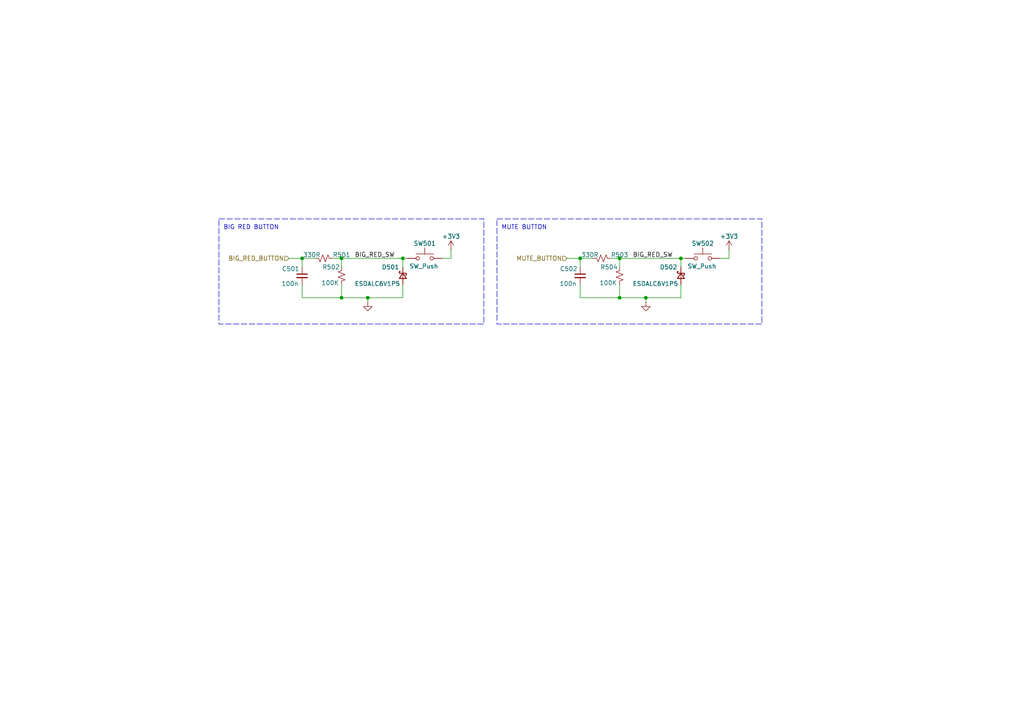
<source format=kicad_sch>
(kicad_sch (version 20231120) (generator "eeschema") (generator_version "8.0")
  (paper "A4")
  (lib_symbols
    (symbol "Device:C_Small" (pin_numbers hide) (pin_names (offset 0.254) hide)
      (property "Reference" "C" (at 0.254 1.778 0))
      (property "Value" "C_Small" (at 0.254 -2.032 0))
      (symbol "C_Small_0_1"
        (polyline (pts (xy -1.524 -0.508) (xy 1.524 -0.508)) (stroke (width 0.3302)))
        (polyline (pts (xy -1.524 0.508) (xy 1.524 0.508)) (stroke (width 0.3048)))
      )
      (symbol "C_Small_1_1"
        (pin passive line (at 0 2.54 270) (length 2.032) (name "~") (number "1"))
        (pin passive line (at 0 -2.54 90) (length 2.032) (name "~") (number "2"))
      )
    )
    (symbol "Device:D_Schottky_Small" (pin_numbers hide) (pin_names (offset 0.254) hide)
      (property "Reference" "D" (at -1.27 2.032 0))
      (property "Value" "D_Schottky_Small" (at -7.112 -2.032 0))
      (symbol "D_Schottky_Small_0_1"
        (polyline (pts (xy -0.762 0) (xy 0.762 0)))
        (polyline (pts (xy 0.762 -1.016) (xy -0.762 0) (xy 0.762 1.016) (xy 0.762 -1.016)) (stroke (width 0.254)))
        (polyline (pts (xy -1.27 0.762) (xy -1.27 1.016) (xy -0.762 1.016) (xy -0.762 -1.016) (xy -0.254 -1.016) (xy -0.254 -0.762)) (stroke (width 0.254)))
      )
      (symbol "D_Schottky_Small_1_1"
        (pin passive line (at -2.54 0 0) (length 1.778) (name "K") (number "1"))
        (pin passive line (at 2.54 0 180) (length 1.778) (name "A") (number "2"))
      )
    )
    (symbol "Device:R_Small_US" (pin_numbers hide) (pin_names (offset 0.254) hide)
      (property "Reference" "R" (at 0.762 0.508 0))
      (property "Value" "R_Small_US" (at 0.762 -1.016 0))
      (symbol "R_Small_US_1_1"
        (polyline (pts (xy 0 0) (xy 1.016 -0.381) (xy 0 -0.762) (xy -1.016 -1.143) (xy 0 -1.524)))
        (polyline (pts (xy 0 1.524) (xy 1.016 1.143) (xy 0 0.762) (xy -1.016 0.381) (xy 0 0)))
        (pin passive line (at 0 2.54 270) (length 1.016) (name "~") (number "1"))
        (pin passive line (at 0 -2.54 90) (length 1.016) (name "~") (number "2"))
      )
    )
    (symbol "Switch:SW_Push" (pin_numbers hide) (pin_names (offset 1.016) hide)
      (property "Reference" "SW" (at 1.27 2.54 0))
      (property "Value" "SW_Push" (at 0 -1.524 0))
      (symbol "SW_Push_0_1"
        (circle (center -2.032 0) (radius 0.508))
        (polyline (pts (xy 0 1.27) (xy 0 3.048)))
        (polyline (pts (xy 2.54 1.27) (xy -2.54 1.27)))
        (circle (center 2.032 0) (radius 0.508))
        (pin passive line (at -5.08 0 0) (length 2.54) (name "1") (number "1"))
        (pin passive line (at 5.08 0 180) (length 2.54) (name "2") (number "2"))
      )
    )
    (symbol "power:+3V3" (power) (pin_numbers hide) (pin_names (offset 0) hide)
      (property "Value" "+3V3" (at 0 3.556 0))
      (symbol "+3V3_0_1"
        (polyline (pts (xy -0.762 1.27) (xy 0 2.54)))
        (polyline (pts (xy 0 0) (xy 0 2.54)))
        (polyline (pts (xy 0 2.54) (xy 0.762 1.27)))
      )
      (symbol "+3V3_1_1"
        (pin power_in line (at 0 0 90) (length 0) (name "~") (number "1"))
      )
    )
    (symbol "power:GND" (power) (pin_numbers hide) (pin_names (offset 0) hide)
      (property "Value" "GND" (at 0 -3.81 0))
      (symbol "GND_0_1"
        (polyline (pts (xy 0 0) (xy 0 -1.27) (xy 1.27 -1.27) (xy 0 -2.54) (xy -1.27 -1.27) (xy 0 -1.27)))
      )
      (symbol "GND_1_1"
        (pin power_in line (at 0 0 270) (length 0) (name "~") (number "1"))
      )
    )
  )
  (junction (at 87.63 74.93))
  (junction (at 99.06 86.36))
  (junction (at 197.485 74.93))
  (junction (at 187.325 86.36))
  (junction (at 179.705 74.93))
  (junction (at 116.84 74.93))
  (junction (at 168.275 74.93))
  (junction (at 179.705 86.36))
  (junction (at 106.68 86.36))
  (junction (at 99.06 74.93))
  (wire (pts (xy 211.455 72.39) (xy 211.455 74.93)))
  (wire (pts (xy 172.085 74.93) (xy 168.275 74.93)))
  (wire (pts (xy 198.755 74.93) (xy 197.485 74.93)))
  (wire (pts (xy 168.275 82.55) (xy 168.275 86.36)))
  (wire (pts (xy 87.63 86.36) (xy 99.06 86.36)))
  (wire (pts (xy 130.81 72.39) (xy 130.81 74.93)))
  (wire (pts (xy 87.63 74.93) (xy 83.82 74.93)))
  (wire (pts (xy 91.44 74.93) (xy 87.63 74.93)))
  (wire (pts (xy 179.705 86.36) (xy 187.325 86.36)))
  (wire (pts (xy 99.06 74.93) (xy 96.52 74.93)))
  (wire (pts (xy 168.275 86.36) (xy 179.705 86.36)))
  (wire (pts (xy 179.705 74.93) (xy 179.705 77.47)))
  (wire (pts (xy 116.84 82.55) (xy 116.84 86.36)))
  (wire (pts (xy 99.06 86.36) (xy 106.68 86.36)))
  (wire (pts (xy 116.84 74.93) (xy 99.06 74.93)))
  (wire (pts (xy 87.63 74.93) (xy 87.63 77.47)))
  (wire (pts (xy 99.06 82.55) (xy 99.06 86.36)))
  (wire (pts (xy 106.68 86.36) (xy 106.68 87.63)))
  (wire (pts (xy 197.485 82.55) (xy 197.485 86.36)))
  (wire (pts (xy 118.11 74.93) (xy 116.84 74.93)))
  (wire (pts (xy 179.705 74.93) (xy 177.165 74.93)))
  (wire (pts (xy 197.485 74.93) (xy 179.705 74.93)))
  (wire (pts (xy 179.705 82.55) (xy 179.705 86.36)))
  (wire (pts (xy 211.455 74.93) (xy 208.915 74.93)))
  (wire (pts (xy 116.84 74.93) (xy 116.84 77.47)))
  (wire (pts (xy 187.325 86.36) (xy 187.325 87.63)))
  (wire (pts (xy 168.275 74.93) (xy 164.465 74.93)))
  (wire (pts (xy 130.81 74.93) (xy 128.27 74.93)))
  (wire (pts (xy 116.84 86.36) (xy 106.68 86.36)))
  (wire (pts (xy 197.485 74.93) (xy 197.485 77.47)))
  (wire (pts (xy 87.63 82.55) (xy 87.63 86.36)))
  (wire (pts (xy 168.275 74.93) (xy 168.275 77.47)))
  (wire (pts (xy 197.485 86.36) (xy 187.325 86.36)))
  (wire (pts (xy 99.06 74.93) (xy 99.06 77.47)))
  (rectangle (start 144.145 63.5) (end 220.98 93.98) (stroke (width 0) (type dash)))
  (rectangle (start 63.5 63.5) (end 140.335 93.98) (stroke (width 0) (type dash)))
  (text "BIG RED BUTTON" (at 64.77 66.04 0) (effects (font (size 1.27 1.27)) (justify left)))
  (text "MUTE BUTTON" (at 145.415 66.04 0) (effects (font (size 1.27 1.27)) (justify left)))
  (label "BIG_RED_SW" (at 183.515 74.93 0))
  (label "BIG_RED_SW" (at 102.87 74.93 0))
  (hierarchical_label "BIG_RED_BUTTON" (shape input) (at 83.82 74.93 180))
  (hierarchical_label "MUTE_BUTTON" (shape input) (at 164.465 74.93 180))
  (symbol (lib_id "power:+3V3") (at 211.455 72.39 0) (mirror y) (unit 1)
    (property "Reference" "#PWR0504" (effects (hide yes)))
    (property "Value" "+3V3" (at 211.455 68.58 0))
    (property "Description" "Power symbol creates a global label with name \"+3V3\"" (effects (hide yes)))
  )
  (symbol (lib_id "Device:D_Schottky_Small") (at 116.84 80.01 90) (mirror x) (unit 1)
    (property "Reference" "D501" (at 115.824 77.47 90) (effects (justify left)))
    (property "Value" "ESDALC6V1P5" (at 116.078 82.296 90) (effects (justify left)))
    (property "Footprint" "Package_TO_SOT_SMD:Diodes_SOT-553" (effects (hide yes)))
    (property "Datasheet" "https://www.lcsc.com/datasheet/lcsc_datasheet_2406281354_TECH-PUBLIC-ESDALC6V1P5_C23380864.pdf" (effects (hide yes)))
    (property "Description" "Schottky diode, small symbol" (effects (hide yes)))
    (property "LCSC" "C23380864" (effects (hide yes)))
  )
  (symbol (lib_id "power:+3V3") (at 130.81 72.39 0) (mirror y) (unit 1)
    (property "Reference" "#PWR0502" (effects (hide yes)))
    (property "Value" "+3V3" (at 130.81 68.58 0))
    (property "Description" "Power symbol creates a global label with name \"+3V3\"" (effects (hide yes)))
  )
  (symbol (lib_id "Device:R_Small_US") (at 179.705 80.01 0) (mirror x) (unit 1)
    (property "Reference" "R504" (at 176.657 77.47 0))
    (property "Value" "100K" (at 176.403 82.042 0))
    (property "Description" "Resistor, small US symbol" (effects (hide yes)))
  )
  (symbol (lib_id "Device:C_Small") (at 168.275 80.01 0) (mirror y) (unit 1)
    (property "Reference" "C502" (at 167.513 77.978 0) (effects (justify left)))
    (property "Value" "100n" (at 167.259 82.296 0) (effects (justify left)))
    (property "Footprint" "Capacitor_SMD:C_0402_1005Metric_Pad0.74x0.62mm_HandSolder" (effects (hide yes)))
    (property "Datasheet" "https://wmsc.lcsc.com/wmsc/upload/file/pdf/v2/lcsc/2304140030_Samsung-Electro-Mechanics-CL05B104KB54PNC_C307331.pdf" (effects (hide yes)))
    (property "Description" "Unpolarized capacitor, small symbol" (effects (hide yes)))
    (property "LCSC" "C307331" (effects (hide yes)))
  )
  (symbol (lib_id "power:GND") (at 106.68 87.63 0) (mirror y) (unit 1)
    (property "Reference" "#PWR0501" (effects (hide yes)))
    (property "Value" "GND" (effects (hide yes)))
    (property "Description" "Power symbol creates a global label with name \"GND\" , ground" (effects (hide yes)))
  )
  (symbol (lib_id "Device:D_Schottky_Small") (at 197.485 80.01 90) (mirror x) (unit 1)
    (property "Reference" "D502" (at 196.469 77.47 90) (effects (justify left)))
    (property "Value" "ESDALC6V1P5" (at 196.723 82.296 90) (effects (justify left)))
    (property "Datasheet" "https://www.lcsc.com/datasheet/lcsc_datasheet_2406281354_TECH-PUBLIC-ESDALC6V1P5_C23380864.pdf" (effects (hide yes)))
    (property "Description" "Schottky diode, small symbol" (effects (hide yes)))
    (property "LCSC" "C23380864" (effects (hide yes)))
  )
  (symbol (lib_id "Switch:SW_Push") (at 203.835 74.93 0) (mirror y) (unit 1)
    (property "Reference" "SW502" (at 203.835 70.612 0))
    (property "Value" "SW_Push" (at 203.581 77.216 0))
    (property "Footprint" "Button_Switch_SMD:SW_Push_1P1T_XKB_TS-1187A" (effects (hide yes)))
    (property "Datasheet" "https://www.lcsc.com/datasheet/lcsc_datasheet_2304140030_XKB-Connection-TS-1187A-B-A-B_C318884.pdf" (effects (hide yes)))
    (property "Description" "Push button switch, generic, two pins" (effects (hide yes)))
    (property "LCSC" "C318884" (effects (hide yes)))
  )
  (symbol (lib_id "Device:R_Small_US") (at 93.98 74.93 270) (mirror x) (unit 1)
    (property "Reference" "R501" (at 99.06 73.914 90))
    (property "Value" "330R" (at 90.424 73.914 90))
    (property "Description" "Resistor, small US symbol" (effects (hide yes)))
  )
  (symbol (lib_id "Device:R_Small_US") (at 99.06 80.01 0) (mirror x) (unit 1)
    (property "Reference" "R502" (at 96.012 77.47 0))
    (property "Value" "100K" (at 95.758 82.042 0))
    (property "Description" "Resistor, small US symbol" (effects (hide yes)))
  )
  (symbol (lib_id "Device:R_Small_US") (at 174.625 74.93 270) (mirror x) (unit 1)
    (property "Reference" "R503" (at 179.705 73.914 90))
    (property "Value" "330R" (at 171.069 73.914 90))
    (property "Description" "Resistor, small US symbol" (effects (hide yes)))
  )
  (symbol (lib_id "Switch:SW_Push") (at 123.19 74.93 0) (mirror y) (unit 1)
    (property "Reference" "SW501" (at 123.19 70.612 0))
    (property "Value" "SW_Push" (at 122.936 77.216 0))
    (property "Footprint" "Button_Switch_SMD:SW_Push_1P1T_XKB_TS-1187A" (effects (hide yes)))
    (property "Datasheet" "https://www.lcsc.com/datasheet/lcsc_datasheet_2304140030_XKB-Connection-TS-1187A-B-A-B_C318884.pdf" (effects (hide yes)))
    (property "Description" "Push button switch, generic, two pins" (effects (hide yes)))
    (property "LCSC" "C318884" (effects (hide yes)))
  )
  (symbol (lib_id "Device:C_Small") (at 87.63 80.01 0) (mirror y) (unit 1)
    (property "Reference" "C501" (at 86.868 77.978 0) (effects (justify left)))
    (property "Value" "100n" (at 86.614 82.296 0) (effects (justify left)))
    (property "Footprint" "Capacitor_SMD:C_0402_1005Metric_Pad0.74x0.62mm_HandSolder" (effects (hide yes)))
    (property "Datasheet" "https://wmsc.lcsc.com/wmsc/upload/file/pdf/v2/lcsc/2304140030_Samsung-Electro-Mechanics-CL05B104KB54PNC_C307331.pdf" (effects (hide yes)))
    (property "Description" "Unpolarized capacitor, small symbol" (effects (hide yes)))
    (property "LCSC" "C307331" (effects (hide yes)))
  )
  (symbol (lib_id "power:GND") (at 187.325 87.63 0) (mirror y) (unit 1)
    (property "Reference" "#PWR0503" (effects (hide yes)))
    (property "Value" "GND" (effects (hide yes)))
    (property "Description" "Power symbol creates a global label with name \"GND\" , ground" (effects (hide yes)))
  )
)
</source>
